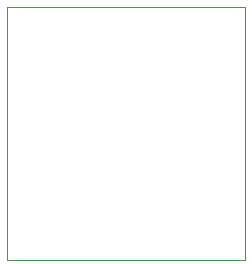
<source format=gm1>
G04 #@! TF.GenerationSoftware,KiCad,Pcbnew,6.0.9*
G04 #@! TF.CreationDate,2022-11-20T11:42:10+03:00*
G04 #@! TF.ProjectId,sd-card_adapter_esp32,73642d63-6172-4645-9f61-646170746572,rev?*
G04 #@! TF.SameCoordinates,Original*
G04 #@! TF.FileFunction,Profile,NP*
%FSLAX46Y46*%
G04 Gerber Fmt 4.6, Leading zero omitted, Abs format (unit mm)*
G04 Created by KiCad (PCBNEW 6.0.9) date 2022-11-20 11:42:10*
%MOMM*%
%LPD*%
G01*
G04 APERTURE LIST*
G04 #@! TA.AperFunction,Profile*
%ADD10C,0.100000*%
G04 #@! TD*
G04 APERTURE END LIST*
D10*
X101250000Y-60930000D02*
X121470000Y-60930000D01*
X121470000Y-60930000D02*
X121470000Y-82350000D01*
X121470000Y-82350000D02*
X101250000Y-82350000D01*
X101250000Y-82350000D02*
X101250000Y-60930000D01*
M02*

</source>
